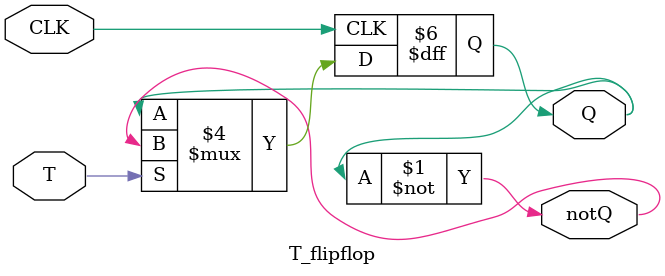
<source format=v>
module T_flipflop(T,CLK,Q,notQ);
input T;
input CLK;
output reg Q;
output notQ;

assign notQ=~Q;
always@(posedge CLK)
if(T) Q<=notQ;
else Q<=Q;

endmodule
</source>
